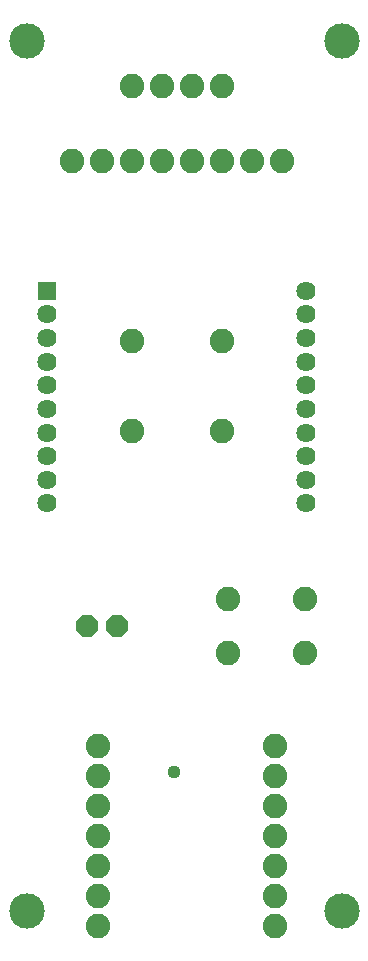
<source format=gbr>
G04 EAGLE Gerber RS-274X export*
G75*
%MOMM*%
%FSLAX34Y34*%
%LPD*%
%INSoldermask Top*%
%IPPOS*%
%AMOC8*
5,1,8,0,0,1.08239X$1,22.5*%
G01*
%ADD10C,2.082800*%
%ADD11P,2.034460X8X22.500000*%
%ADD12C,1.625600*%
%ADD13R,1.625600X1.625600*%
%ADD14C,3.003200*%
%ADD15C,1.117600*%


D10*
X98900Y241300D03*
X98900Y215900D03*
X98900Y190500D03*
X98900Y165100D03*
X98900Y139700D03*
X98900Y114300D03*
X98900Y88900D03*
X248900Y88900D03*
X248900Y114300D03*
X248900Y139700D03*
X248900Y165100D03*
X248900Y190500D03*
X248900Y215900D03*
X248900Y241300D03*
D11*
X88900Y342900D03*
X114300Y342900D03*
D10*
X127000Y584200D03*
X203200Y584200D03*
X127000Y508000D03*
X203200Y508000D03*
X208788Y365506D03*
X273812Y365506D03*
X208788Y320294D03*
X273812Y320294D03*
D12*
X55100Y446500D03*
X55100Y466500D03*
X55100Y486500D03*
X55100Y506500D03*
X55100Y526500D03*
X55100Y546500D03*
X55100Y566500D03*
X55100Y586500D03*
X55100Y606500D03*
D13*
X55100Y626500D03*
D12*
X275100Y446500D03*
X275100Y466500D03*
X275100Y486500D03*
X275100Y506500D03*
X275100Y526500D03*
X275100Y546500D03*
X275100Y566500D03*
X275100Y586500D03*
X275100Y606500D03*
X275100Y626500D03*
D10*
X254000Y736600D03*
X228600Y736600D03*
X203200Y736600D03*
X177800Y736600D03*
X152400Y736600D03*
X127000Y736600D03*
X101600Y736600D03*
X76200Y736600D03*
X127000Y800100D03*
X152400Y800100D03*
X177800Y800100D03*
X203200Y800100D03*
D14*
X38100Y838200D03*
X304800Y838200D03*
X38100Y101600D03*
X304800Y101600D03*
D15*
X162560Y219456D03*
M02*

</source>
